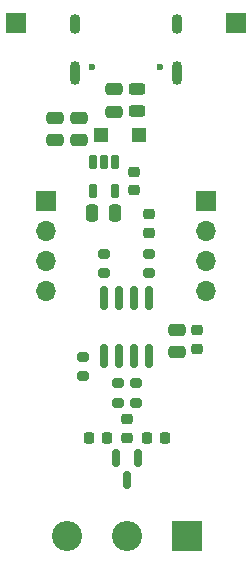
<source format=gbr>
%TF.GenerationSoftware,KiCad,Pcbnew,9.0.0*%
%TF.CreationDate,2025-05-07T16:38:21+03:00*%
%TF.ProjectId,Testing_USB-CAN,54657374-696e-4675-9f55-53422d43414e,rev?*%
%TF.SameCoordinates,Original*%
%TF.FileFunction,Soldermask,Bot*%
%TF.FilePolarity,Negative*%
%FSLAX46Y46*%
G04 Gerber Fmt 4.6, Leading zero omitted, Abs format (unit mm)*
G04 Created by KiCad (PCBNEW 9.0.0) date 2025-05-07 16:38:21*
%MOMM*%
%LPD*%
G01*
G04 APERTURE LIST*
G04 Aperture macros list*
%AMRoundRect*
0 Rectangle with rounded corners*
0 $1 Rounding radius*
0 $2 $3 $4 $5 $6 $7 $8 $9 X,Y pos of 4 corners*
0 Add a 4 corners polygon primitive as box body*
4,1,4,$2,$3,$4,$5,$6,$7,$8,$9,$2,$3,0*
0 Add four circle primitives for the rounded corners*
1,1,$1+$1,$2,$3*
1,1,$1+$1,$4,$5*
1,1,$1+$1,$6,$7*
1,1,$1+$1,$8,$9*
0 Add four rect primitives between the rounded corners*
20,1,$1+$1,$2,$3,$4,$5,0*
20,1,$1+$1,$4,$5,$6,$7,0*
20,1,$1+$1,$6,$7,$8,$9,0*
20,1,$1+$1,$8,$9,$2,$3,0*%
G04 Aperture macros list end*
%ADD10R,2.550000X2.550000*%
%ADD11C,2.550000*%
%ADD12C,0.600000*%
%ADD13O,0.900000X2.000000*%
%ADD14O,0.900000X1.700000*%
%ADD15R,1.700000X1.700000*%
%ADD16O,1.700000X1.700000*%
%ADD17RoundRect,0.250000X-0.475000X0.250000X-0.475000X-0.250000X0.475000X-0.250000X0.475000X0.250000X0*%
%ADD18RoundRect,0.150000X-0.150000X0.587500X-0.150000X-0.587500X0.150000X-0.587500X0.150000X0.587500X0*%
%ADD19RoundRect,0.225000X0.225000X0.250000X-0.225000X0.250000X-0.225000X-0.250000X0.225000X-0.250000X0*%
%ADD20RoundRect,0.225000X0.250000X-0.225000X0.250000X0.225000X-0.250000X0.225000X-0.250000X-0.225000X0*%
%ADD21RoundRect,0.225000X-0.250000X0.225000X-0.250000X-0.225000X0.250000X-0.225000X0.250000X0.225000X0*%
%ADD22R,1.180000X1.170000*%
%ADD23RoundRect,0.250000X0.475000X-0.250000X0.475000X0.250000X-0.475000X0.250000X-0.475000X-0.250000X0*%
%ADD24RoundRect,0.243750X-0.456250X0.243750X-0.456250X-0.243750X0.456250X-0.243750X0.456250X0.243750X0*%
%ADD25RoundRect,0.200000X-0.275000X0.200000X-0.275000X-0.200000X0.275000X-0.200000X0.275000X0.200000X0*%
%ADD26RoundRect,0.040200X-0.294800X0.544800X-0.294800X-0.544800X0.294800X-0.544800X0.294800X0.544800X0*%
%ADD27RoundRect,0.225000X-0.225000X-0.250000X0.225000X-0.250000X0.225000X0.250000X-0.225000X0.250000X0*%
%ADD28RoundRect,0.200000X0.275000X-0.200000X0.275000X0.200000X-0.275000X0.200000X-0.275000X-0.200000X0*%
%ADD29RoundRect,0.250000X-0.250000X-0.475000X0.250000X-0.475000X0.250000X0.475000X-0.250000X0.475000X0*%
%ADD30RoundRect,0.150000X-0.150000X0.825000X-0.150000X-0.825000X0.150000X-0.825000X0.150000X0.825000X0*%
G04 APERTURE END LIST*
D10*
%TO.C,J3*%
X131990000Y-132732500D03*
D11*
X126910001Y-132732500D03*
X121830000Y-132732500D03*
%TD*%
D12*
%TO.C,J1*%
X129720000Y-93025000D03*
X123940000Y-93025000D03*
D13*
X131150000Y-93505000D03*
D14*
X131150000Y-89335000D03*
D13*
X122510000Y-93505000D03*
D14*
X122510000Y-89335000D03*
%TD*%
D15*
%TO.C,J4*%
X120060000Y-104340000D03*
D16*
X120060000Y-106880000D03*
X120060000Y-109420000D03*
X120060000Y-111960000D03*
%TD*%
D17*
%TO.C,C27*%
X131130000Y-115250001D03*
X131130000Y-117149999D03*
%TD*%
%TO.C,C30*%
X125820000Y-94860001D03*
X125820000Y-96759999D03*
%TD*%
D18*
%TO.C,D1*%
X125970000Y-126102500D03*
X127870000Y-126102500D03*
X126920000Y-127977501D03*
%TD*%
D19*
%TO.C,C1*%
X125220000Y-124387500D03*
X123670000Y-124387500D03*
%TD*%
D20*
%TO.C,C65*%
X127520000Y-103435000D03*
X127520000Y-101885000D03*
%TD*%
D21*
%TO.C,C14*%
X126920000Y-122822500D03*
X126920000Y-124372500D03*
%TD*%
D22*
%TO.C,D4*%
X127920000Y-98740000D03*
X124740000Y-98740000D03*
%TD*%
D23*
%TO.C,C66*%
X122840000Y-99189999D03*
X122840000Y-97290001D03*
%TD*%
D24*
%TO.C,F1*%
X127810000Y-94852499D03*
X127810000Y-96727501D03*
%TD*%
D25*
%TO.C,R34*%
X123210000Y-117495000D03*
X123210000Y-119145000D03*
%TD*%
D26*
%TO.C,U7*%
X124020000Y-101010000D03*
X124960000Y-101010000D03*
X125900000Y-101010000D03*
X125900000Y-103450000D03*
X124020000Y-103450000D03*
%TD*%
D27*
%TO.C,C2*%
X128620000Y-124367500D03*
X130170000Y-124367500D03*
%TD*%
D28*
%TO.C,R35*%
X127710000Y-121392500D03*
X127710000Y-119742500D03*
%TD*%
D15*
%TO.C,J7*%
X136160000Y-89290000D03*
%TD*%
D29*
%TO.C,C68*%
X123990001Y-105320000D03*
X125889999Y-105320000D03*
%TD*%
D21*
%TO.C,C20*%
X132850000Y-115285000D03*
X132850000Y-116835000D03*
%TD*%
D20*
%TO.C,C34*%
X128810000Y-107005000D03*
X128810000Y-105455000D03*
%TD*%
D15*
%TO.C,J6*%
X117530000Y-89280000D03*
%TD*%
D30*
%TO.C,U9*%
X125010000Y-112542500D03*
X126280000Y-112542500D03*
X127550000Y-112542500D03*
X128820000Y-112542500D03*
X128820000Y-117492500D03*
X127550000Y-117492500D03*
X126280000Y-117492500D03*
X125010000Y-117492500D03*
%TD*%
D28*
%TO.C,R33*%
X128810000Y-110445000D03*
X128810000Y-108795000D03*
%TD*%
D15*
%TO.C,J5*%
X133600000Y-104340000D03*
D16*
X133600000Y-106880000D03*
X133600000Y-109420000D03*
X133600000Y-111960000D03*
%TD*%
D23*
%TO.C,C67*%
X120840000Y-99189999D03*
X120840000Y-97290001D03*
%TD*%
D28*
%TO.C,R32*%
X125000000Y-110445000D03*
X125000000Y-108795000D03*
%TD*%
D25*
%TO.C,R3*%
X126120000Y-119742500D03*
X126120000Y-121392500D03*
%TD*%
M02*

</source>
